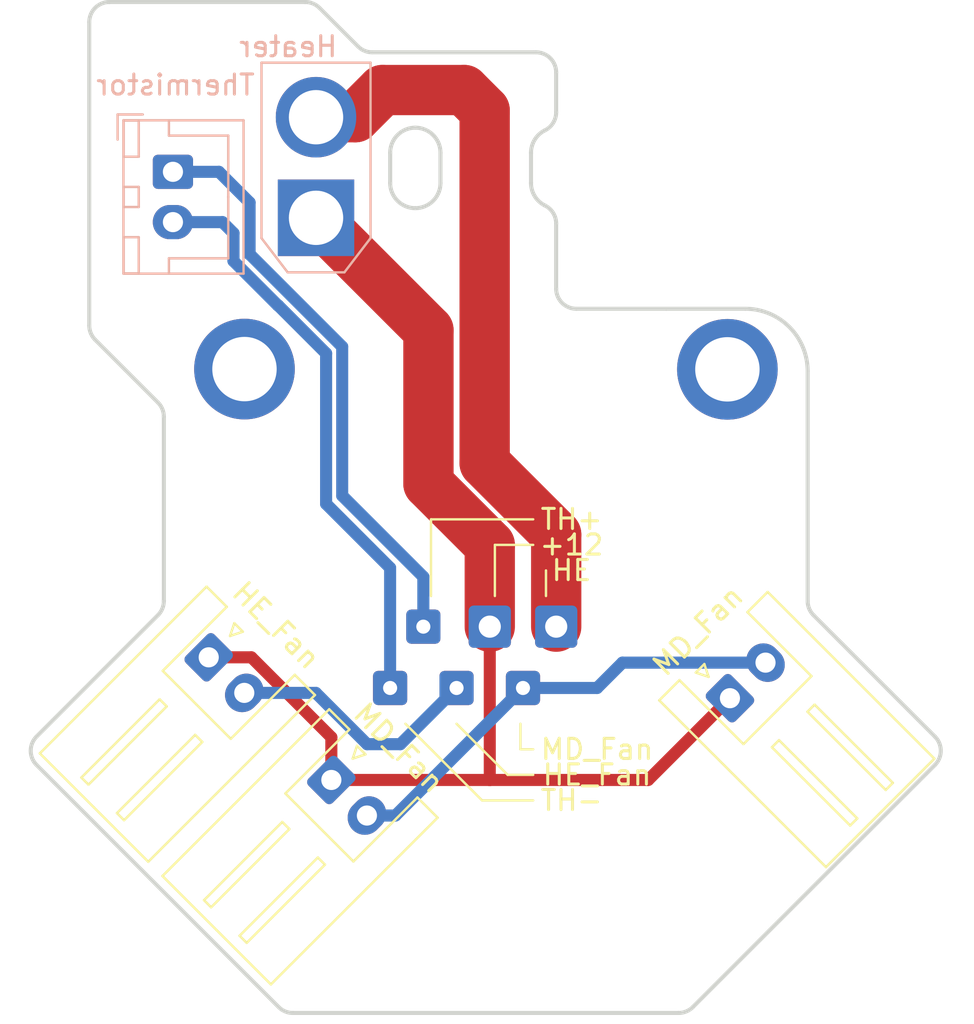
<source format=kicad_pcb>
(kicad_pcb (version 20171130) (host pcbnew "(5.1.6)-1")

  (general
    (thickness 1.6)
    (drawings 52)
    (tracks 46)
    (zones 0)
    (modules 11)
    (nets 7)
  )

  (page A4)
  (layers
    (0 F.Cu signal)
    (31 B.Cu signal)
    (32 B.Adhes user)
    (33 F.Adhes user)
    (34 B.Paste user)
    (35 F.Paste user)
    (36 B.SilkS user)
    (37 F.SilkS user)
    (38 B.Mask user)
    (39 F.Mask user)
    (40 Dwgs.User user)
    (41 Cmts.User user)
    (42 Eco1.User user)
    (43 Eco2.User user)
    (44 Edge.Cuts user)
    (45 Margin user)
    (46 B.CrtYd user)
    (47 F.CrtYd user)
    (48 B.Fab user)
    (49 F.Fab user)
  )

  (setup
    (last_trace_width 0.25)
    (user_trace_width 0.6)
    (user_trace_width 2.5)
    (trace_clearance 0.2)
    (zone_clearance 0.508)
    (zone_45_only no)
    (trace_min 0.2)
    (via_size 0.8)
    (via_drill 0.4)
    (via_min_size 0.4)
    (via_min_drill 0.3)
    (user_via 5 3.2)
    (uvia_size 0.3)
    (uvia_drill 0.1)
    (uvias_allowed no)
    (uvia_min_size 0.2)
    (uvia_min_drill 0.1)
    (edge_width 0.05)
    (segment_width 0.2)
    (pcb_text_width 0.3)
    (pcb_text_size 1.5 1.5)
    (mod_edge_width 0.12)
    (mod_text_size 1 1)
    (mod_text_width 0.15)
    (pad_size 1.7 2)
    (pad_drill 1)
    (pad_to_mask_clearance 0.05)
    (aux_axis_origin 0 0)
    (visible_elements 7FFFFFFF)
    (pcbplotparams
      (layerselection 0x010f0_ffffffff)
      (usegerberextensions false)
      (usegerberattributes false)
      (usegerberadvancedattributes false)
      (creategerberjobfile false)
      (excludeedgelayer true)
      (linewidth 0.100000)
      (plotframeref false)
      (viasonmask false)
      (mode 1)
      (useauxorigin false)
      (hpglpennumber 1)
      (hpglpenspeed 20)
      (hpglpendiameter 15.000000)
      (psnegative false)
      (psa4output false)
      (plotreference true)
      (plotvalue false)
      (plotinvisibletext false)
      (padsonsilk true)
      (subtractmaskfromsilk false)
      (outputformat 1)
      (mirror false)
      (drillshape 0)
      (scaleselection 1)
      (outputdirectory "gerber/"))
  )

  (net 0 "")
  (net 1 /+PWR)
  (net 2 /-Heater)
  (net 3 /-HE_fan)
  (net 4 /-MD_fans)
  (net 5 /+th)
  (net 6 /-th)

  (net_class Default "This is the default net class."
    (clearance 0.2)
    (trace_width 0.25)
    (via_dia 0.8)
    (via_drill 0.4)
    (uvia_dia 0.3)
    (uvia_drill 0.1)
    (add_net /+PWR)
    (add_net /+th)
    (add_net /-HE_fan)
    (add_net /-Heater)
    (add_net /-MD_fans)
    (add_net /-th)
  )

  (module Connector_Wire:SolderWire-0.5sqmm_1x01_D0.9mm_OD2.1mm (layer F.Cu) (tedit 5EB70B43) (tstamp 5F97861B)
    (at 123.698 66.294)
    (descr "Soldered wire connection, for a single 0.5 mm² wire, basic insulation, conductor diameter 0.9mm, outer diameter 2.1mm, size source Multi-Contact FLEXI-E 0.5 (https://ec.staubli.com/AcroFiles/Catalogues/TM_Cab-Main-11014119_(en)_hi.pdf), bend radius 3 times outer diameter, generated with kicad-footprint-generator")
    (tags "connector wire 0.5sqmm")
    (path /5F972441)
    (attr virtual)
    (fp_text reference HE (at 0.762 -2.794) (layer F.SilkS)
      (effects (font (size 1 1) (thickness 0.15)))
    )
    (fp_text value Conn_01x01 (at 5.6134 -4.9657) (layer F.Fab)
      (effects (font (size 1 1) (thickness 0.15)))
    )
    (fp_text user %R (at 0 0) (layer F.Fab)
      (effects (font (size 0.52 0.52) (thickness 0.08)))
    )
    (fp_circle (center 0 0) (end 1.05 0) (layer F.Fab) (width 0.1))
    (fp_line (start -1.8 -1.55) (end -1.8 1.55) (layer F.CrtYd) (width 0.05))
    (fp_line (start -1.8 1.55) (end 1.8 1.55) (layer F.CrtYd) (width 0.05))
    (fp_line (start 1.8 1.55) (end 1.8 -1.55) (layer F.CrtYd) (width 0.05))
    (fp_line (start 1.8 -1.55) (end -1.8 -1.55) (layer F.CrtYd) (width 0.05))
    (pad 1 thru_hole roundrect (at 0 0) (size 2.1 2.1) (drill 1.1) (layers *.Cu *.Mask) (roundrect_rratio 0.119048)
      (net 2 /-Heater))
    (model ${KISYS3DMOD}/Connector_Wire.3dshapes/SolderWire-0.5sqmm_1x01_D0.9mm_OD2.1mm.wrl
      (at (xyz 0 0 0))
      (scale (xyz 1 1 1))
      (rotate (xyz 0 0 0))
    )
  )

  (module Connector_Wire:SolderWire-0.5sqmm_1x01_D0.9mm_OD2.1mm (layer F.Cu) (tedit 5EB70B43) (tstamp 5F9785DF)
    (at 120.396 66.294)
    (descr "Soldered wire connection, for a single 0.5 mm² wire, basic insulation, conductor diameter 0.9mm, outer diameter 2.1mm, size source Multi-Contact FLEXI-E 0.5 (https://ec.staubli.com/AcroFiles/Catalogues/TM_Cab-Main-11014119_(en)_hi.pdf), bend radius 3 times outer diameter, generated with kicad-footprint-generator")
    (tags "connector wire 0.5sqmm")
    (path /5F9716AF)
    (attr virtual)
    (fp_text reference +12 (at 4.064 -4.064) (layer F.SilkS)
      (effects (font (size 1 1) (thickness 0.15)))
    )
    (fp_text value Conn_01x01 (at 0.9398 -7.7343) (layer F.Fab)
      (effects (font (size 1 1) (thickness 0.15)))
    )
    (fp_text user %R (at 0 0) (layer F.Fab)
      (effects (font (size 0.52 0.52) (thickness 0.08)))
    )
    (fp_circle (center 0 0) (end 1.05 0) (layer F.Fab) (width 0.1))
    (fp_line (start -1.8 -1.55) (end -1.8 1.55) (layer F.CrtYd) (width 0.05))
    (fp_line (start -1.8 1.55) (end 1.8 1.55) (layer F.CrtYd) (width 0.05))
    (fp_line (start 1.8 1.55) (end 1.8 -1.55) (layer F.CrtYd) (width 0.05))
    (fp_line (start 1.8 -1.55) (end -1.8 -1.55) (layer F.CrtYd) (width 0.05))
    (pad 1 thru_hole roundrect (at 0 0) (size 2.1 2.1) (drill 1.1) (layers *.Cu *.Mask) (roundrect_rratio 0.119048)
      (net 1 /+PWR))
    (model ${KISYS3DMOD}/Connector_Wire.3dshapes/SolderWire-0.5sqmm_1x01_D0.9mm_OD2.1mm.wrl
      (at (xyz 0 0 0))
      (scale (xyz 1 1 1))
      (rotate (xyz 0 0 0))
    )
  )

  (module Connector_JST:JST_XH_S2B-XH-A_1x02_P2.50mm_Horizontal (layer F.Cu) (tedit 5C281475) (tstamp 5F97778D)
    (at 112.522 73.914 315)
    (descr "JST XH series connector, S2B-XH-A (http://www.jst-mfg.com/product/pdf/eng/eXH.pdf), generated with kicad-footprint-generator")
    (tags "connector JST XH horizontal")
    (path /5F9766BB)
    (fp_text reference MD_Fan (at 1.25 -3.5 135) (layer F.SilkS)
      (effects (font (size 1 1) (thickness 0.15)))
    )
    (fp_text value Conn_01x02 (at 1.25 10.4 135) (layer F.Fab)
      (effects (font (size 1 1) (thickness 0.15)))
    )
    (fp_line (start 0 1.2) (end 0.625 2.2) (layer F.Fab) (width 0.1))
    (fp_line (start -0.625 2.2) (end 0 1.2) (layer F.Fab) (width 0.1))
    (fp_line (start 0.3 -2.1) (end 0 -1.5) (layer F.SilkS) (width 0.12))
    (fp_line (start -0.3 -2.1) (end 0.3 -2.1) (layer F.SilkS) (width 0.12))
    (fp_line (start 0 -1.5) (end -0.3 -2.1) (layer F.SilkS) (width 0.12))
    (fp_line (start 2.75 3.2) (end 2.25 3.2) (layer F.SilkS) (width 0.12))
    (fp_line (start 2.75 8.7) (end 2.75 3.2) (layer F.SilkS) (width 0.12))
    (fp_line (start 2.25 8.7) (end 2.75 8.7) (layer F.SilkS) (width 0.12))
    (fp_line (start 2.25 3.2) (end 2.25 8.7) (layer F.SilkS) (width 0.12))
    (fp_line (start 0.25 3.2) (end -0.25 3.2) (layer F.SilkS) (width 0.12))
    (fp_line (start 0.25 8.7) (end 0.25 3.2) (layer F.SilkS) (width 0.12))
    (fp_line (start -0.25 8.7) (end 0.25 8.7) (layer F.SilkS) (width 0.12))
    (fp_line (start -0.25 3.2) (end -0.25 8.7) (layer F.SilkS) (width 0.12))
    (fp_line (start 3.75 2.2) (end 1.25 2.2) (layer F.Fab) (width 0.1))
    (fp_line (start 3.75 -2.3) (end 3.75 2.2) (layer F.Fab) (width 0.1))
    (fp_line (start 4.95 -2.3) (end 3.75 -2.3) (layer F.Fab) (width 0.1))
    (fp_line (start 4.95 9.2) (end 4.95 -2.3) (layer F.Fab) (width 0.1))
    (fp_line (start 1.25 9.2) (end 4.95 9.2) (layer F.Fab) (width 0.1))
    (fp_line (start -1.25 2.2) (end 1.25 2.2) (layer F.Fab) (width 0.1))
    (fp_line (start -1.25 -2.3) (end -1.25 2.2) (layer F.Fab) (width 0.1))
    (fp_line (start -2.45 -2.3) (end -1.25 -2.3) (layer F.Fab) (width 0.1))
    (fp_line (start -2.45 9.2) (end -2.45 -2.3) (layer F.Fab) (width 0.1))
    (fp_line (start 1.25 9.2) (end -2.45 9.2) (layer F.Fab) (width 0.1))
    (fp_line (start 3.64 2.09) (end 1.25 2.09) (layer F.SilkS) (width 0.12))
    (fp_line (start 3.64 -2.41) (end 3.64 2.09) (layer F.SilkS) (width 0.12))
    (fp_line (start 5.06 -2.41) (end 3.64 -2.41) (layer F.SilkS) (width 0.12))
    (fp_line (start 5.06 9.31) (end 5.06 -2.41) (layer F.SilkS) (width 0.12))
    (fp_line (start 1.25 9.31) (end 5.06 9.31) (layer F.SilkS) (width 0.12))
    (fp_line (start -1.14 2.09) (end 1.25 2.09) (layer F.SilkS) (width 0.12))
    (fp_line (start -1.14 -2.41) (end -1.14 2.09) (layer F.SilkS) (width 0.12))
    (fp_line (start -2.56 -2.41) (end -1.14 -2.41) (layer F.SilkS) (width 0.12))
    (fp_line (start -2.56 9.31) (end -2.56 -2.41) (layer F.SilkS) (width 0.12))
    (fp_line (start 1.25 9.31) (end -2.56 9.31) (layer F.SilkS) (width 0.12))
    (fp_line (start 5.45 -2.8) (end -2.95 -2.8) (layer F.CrtYd) (width 0.05))
    (fp_line (start 5.45 9.7) (end 5.45 -2.8) (layer F.CrtYd) (width 0.05))
    (fp_line (start -2.95 9.7) (end 5.45 9.7) (layer F.CrtYd) (width 0.05))
    (fp_line (start -2.95 -2.8) (end -2.95 9.7) (layer F.CrtYd) (width 0.05))
    (fp_text user %R (at 1.25 3.45 135) (layer F.Fab)
      (effects (font (size 1 1) (thickness 0.15)))
    )
    (pad 2 thru_hole oval (at 2.5 0 315) (size 1.7 2) (drill 1) (layers *.Cu *.Mask)
      (net 4 /-MD_fans))
    (pad 1 thru_hole roundrect (at 0 0 315) (size 1.7 2) (drill 1) (layers *.Cu *.Mask) (roundrect_rratio 0.147059)
      (net 1 /+PWR))
    (model ${KISYS3DMOD}/Connector_JST.3dshapes/JST_XH_S2B-XH-A_1x02_P2.50mm_Horizontal.wrl
      (at (xyz 0 0 0))
      (scale (xyz 1 1 1))
      (rotate (xyz 0 0 0))
    )
  )

  (module Connector_JST:JST_XH_B2B-XH-A_1x02_P2.50mm_Vertical (layer B.Cu) (tedit 5C28146C) (tstamp 5F9777E2)
    (at 104.648 43.688 270)
    (descr "JST XH series connector, B2B-XH-A (http://www.jst-mfg.com/product/pdf/eng/eXH.pdf), generated with kicad-footprint-generator")
    (tags "connector JST XH vertical")
    (path /5F977451)
    (fp_text reference Thermistor (at -4.318 -0.127 180) (layer B.SilkS)
      (effects (font (size 1 1) (thickness 0.15)) (justify mirror))
    )
    (fp_text value Conn_01x02 (at 1.25 -4.6 90) (layer B.Fab)
      (effects (font (size 1 1) (thickness 0.15)) (justify mirror))
    )
    (fp_line (start -2.85 2.75) (end -2.85 1.5) (layer B.SilkS) (width 0.12))
    (fp_line (start -1.6 2.75) (end -2.85 2.75) (layer B.SilkS) (width 0.12))
    (fp_line (start 4.3 -2.75) (end 1.25 -2.75) (layer B.SilkS) (width 0.12))
    (fp_line (start 4.3 0.2) (end 4.3 -2.75) (layer B.SilkS) (width 0.12))
    (fp_line (start 5.05 0.2) (end 4.3 0.2) (layer B.SilkS) (width 0.12))
    (fp_line (start -1.8 -2.75) (end 1.25 -2.75) (layer B.SilkS) (width 0.12))
    (fp_line (start -1.8 0.2) (end -1.8 -2.75) (layer B.SilkS) (width 0.12))
    (fp_line (start -2.55 0.2) (end -1.8 0.2) (layer B.SilkS) (width 0.12))
    (fp_line (start 5.05 2.45) (end 3.25 2.45) (layer B.SilkS) (width 0.12))
    (fp_line (start 5.05 1.7) (end 5.05 2.45) (layer B.SilkS) (width 0.12))
    (fp_line (start 3.25 1.7) (end 5.05 1.7) (layer B.SilkS) (width 0.12))
    (fp_line (start 3.25 2.45) (end 3.25 1.7) (layer B.SilkS) (width 0.12))
    (fp_line (start -0.75 2.45) (end -2.55 2.45) (layer B.SilkS) (width 0.12))
    (fp_line (start -0.75 1.7) (end -0.75 2.45) (layer B.SilkS) (width 0.12))
    (fp_line (start -2.55 1.7) (end -0.75 1.7) (layer B.SilkS) (width 0.12))
    (fp_line (start -2.55 2.45) (end -2.55 1.7) (layer B.SilkS) (width 0.12))
    (fp_line (start 1.75 2.45) (end 0.75 2.45) (layer B.SilkS) (width 0.12))
    (fp_line (start 1.75 1.7) (end 1.75 2.45) (layer B.SilkS) (width 0.12))
    (fp_line (start 0.75 1.7) (end 1.75 1.7) (layer B.SilkS) (width 0.12))
    (fp_line (start 0.75 2.45) (end 0.75 1.7) (layer B.SilkS) (width 0.12))
    (fp_line (start 0 1.35) (end 0.625 2.35) (layer B.Fab) (width 0.1))
    (fp_line (start -0.625 2.35) (end 0 1.35) (layer B.Fab) (width 0.1))
    (fp_line (start 5.45 2.85) (end -2.95 2.85) (layer B.CrtYd) (width 0.05))
    (fp_line (start 5.45 -3.9) (end 5.45 2.85) (layer B.CrtYd) (width 0.05))
    (fp_line (start -2.95 -3.9) (end 5.45 -3.9) (layer B.CrtYd) (width 0.05))
    (fp_line (start -2.95 2.85) (end -2.95 -3.9) (layer B.CrtYd) (width 0.05))
    (fp_line (start 5.06 2.46) (end -2.56 2.46) (layer B.SilkS) (width 0.12))
    (fp_line (start 5.06 -3.51) (end 5.06 2.46) (layer B.SilkS) (width 0.12))
    (fp_line (start -2.56 -3.51) (end 5.06 -3.51) (layer B.SilkS) (width 0.12))
    (fp_line (start -2.56 2.46) (end -2.56 -3.51) (layer B.SilkS) (width 0.12))
    (fp_line (start 4.95 2.35) (end -2.45 2.35) (layer B.Fab) (width 0.1))
    (fp_line (start 4.95 -3.4) (end 4.95 2.35) (layer B.Fab) (width 0.1))
    (fp_line (start -2.45 -3.4) (end 4.95 -3.4) (layer B.Fab) (width 0.1))
    (fp_line (start -2.45 2.35) (end -2.45 -3.4) (layer B.Fab) (width 0.1))
    (fp_text user %R (at 1.25 -2.7 90) (layer B.Fab)
      (effects (font (size 1 1) (thickness 0.15)) (justify mirror))
    )
    (pad 2 thru_hole oval (at 2.5 0 270) (size 1.7 2) (drill 1) (layers *.Cu *.Mask)
      (net 6 /-th))
    (pad 1 thru_hole roundrect (at 0 0 270) (size 1.7 2) (drill 1) (layers *.Cu *.Mask) (roundrect_rratio 0.147059)
      (net 5 /+th))
    (model ${KISYS3DMOD}/Connector_JST.3dshapes/JST_XH_B2B-XH-A_1x02_P2.50mm_Vertical.wrl
      (at (xyz 0 0 0))
      (scale (xyz 1 1 1))
      (rotate (xyz 0 0 0))
    )
  )

  (module Connector_JST:JST_XH_S2B-XH-A_1x02_P2.50mm_Horizontal (layer F.Cu) (tedit 5C281475) (tstamp 5F9777B9)
    (at 132.334 69.85 45)
    (descr "JST XH series connector, S2B-XH-A (http://www.jst-mfg.com/product/pdf/eng/eXH.pdf), generated with kicad-footprint-generator")
    (tags "connector JST XH horizontal")
    (path /5F976D05)
    (fp_text reference MD_Fan (at 1.25 -3.5 45) (layer F.SilkS)
      (effects (font (size 1 1) (thickness 0.15)))
    )
    (fp_text value Conn_01x02 (at 1.25 10.4 45) (layer F.Fab)
      (effects (font (size 1 1) (thickness 0.15)))
    )
    (fp_line (start 0 1.2) (end 0.625 2.2) (layer F.Fab) (width 0.1))
    (fp_line (start -0.625 2.2) (end 0 1.2) (layer F.Fab) (width 0.1))
    (fp_line (start 0.3 -2.1) (end 0 -1.5) (layer F.SilkS) (width 0.12))
    (fp_line (start -0.3 -2.1) (end 0.3 -2.1) (layer F.SilkS) (width 0.12))
    (fp_line (start 0 -1.5) (end -0.3 -2.1) (layer F.SilkS) (width 0.12))
    (fp_line (start 2.75 3.2) (end 2.25 3.2) (layer F.SilkS) (width 0.12))
    (fp_line (start 2.75 8.7) (end 2.75 3.2) (layer F.SilkS) (width 0.12))
    (fp_line (start 2.25 8.7) (end 2.75 8.7) (layer F.SilkS) (width 0.12))
    (fp_line (start 2.25 3.2) (end 2.25 8.7) (layer F.SilkS) (width 0.12))
    (fp_line (start 0.25 3.2) (end -0.25 3.2) (layer F.SilkS) (width 0.12))
    (fp_line (start 0.25 8.7) (end 0.25 3.2) (layer F.SilkS) (width 0.12))
    (fp_line (start -0.25 8.7) (end 0.25 8.7) (layer F.SilkS) (width 0.12))
    (fp_line (start -0.25 3.2) (end -0.25 8.7) (layer F.SilkS) (width 0.12))
    (fp_line (start 3.75 2.2) (end 1.25 2.2) (layer F.Fab) (width 0.1))
    (fp_line (start 3.75 -2.3) (end 3.75 2.2) (layer F.Fab) (width 0.1))
    (fp_line (start 4.95 -2.3) (end 3.75 -2.3) (layer F.Fab) (width 0.1))
    (fp_line (start 4.95 9.2) (end 4.95 -2.3) (layer F.Fab) (width 0.1))
    (fp_line (start 1.25 9.2) (end 4.95 9.2) (layer F.Fab) (width 0.1))
    (fp_line (start -1.25 2.2) (end 1.25 2.2) (layer F.Fab) (width 0.1))
    (fp_line (start -1.25 -2.3) (end -1.25 2.2) (layer F.Fab) (width 0.1))
    (fp_line (start -2.45 -2.3) (end -1.25 -2.3) (layer F.Fab) (width 0.1))
    (fp_line (start -2.45 9.2) (end -2.45 -2.3) (layer F.Fab) (width 0.1))
    (fp_line (start 1.25 9.2) (end -2.45 9.2) (layer F.Fab) (width 0.1))
    (fp_line (start 3.64 2.09) (end 1.25 2.09) (layer F.SilkS) (width 0.12))
    (fp_line (start 3.64 -2.41) (end 3.64 2.09) (layer F.SilkS) (width 0.12))
    (fp_line (start 5.06 -2.41) (end 3.64 -2.41) (layer F.SilkS) (width 0.12))
    (fp_line (start 5.06 9.31) (end 5.06 -2.41) (layer F.SilkS) (width 0.12))
    (fp_line (start 1.25 9.31) (end 5.06 9.31) (layer F.SilkS) (width 0.12))
    (fp_line (start -1.14 2.09) (end 1.25 2.09) (layer F.SilkS) (width 0.12))
    (fp_line (start -1.14 -2.41) (end -1.14 2.09) (layer F.SilkS) (width 0.12))
    (fp_line (start -2.56 -2.41) (end -1.14 -2.41) (layer F.SilkS) (width 0.12))
    (fp_line (start -2.56 9.31) (end -2.56 -2.41) (layer F.SilkS) (width 0.12))
    (fp_line (start 1.25 9.31) (end -2.56 9.31) (layer F.SilkS) (width 0.12))
    (fp_line (start 5.45 -2.8) (end -2.95 -2.8) (layer F.CrtYd) (width 0.05))
    (fp_line (start 5.45 9.7) (end 5.45 -2.8) (layer F.CrtYd) (width 0.05))
    (fp_line (start -2.95 9.7) (end 5.45 9.7) (layer F.CrtYd) (width 0.05))
    (fp_line (start -2.95 -2.8) (end -2.95 9.7) (layer F.CrtYd) (width 0.05))
    (fp_text user %R (at 1.25 3.45 45) (layer F.Fab)
      (effects (font (size 1 1) (thickness 0.15)))
    )
    (pad 2 thru_hole oval (at 2.5 0 45) (size 1.7 2) (drill 1) (layers *.Cu *.Mask)
      (net 4 /-MD_fans))
    (pad 1 thru_hole roundrect (at 0 0 45) (size 1.7 2) (drill 1) (layers *.Cu *.Mask) (roundrect_rratio 0.147059)
      (net 1 /+PWR))
    (model ${KISYS3DMOD}/Connector_JST.3dshapes/JST_XH_S2B-XH-A_1x02_P2.50mm_Horizontal.wrl
      (at (xyz 0 0 0))
      (scale (xyz 1 1 1))
      (rotate (xyz 0 0 0))
    )
  )

  (module Connector_JST:JST_XH_S2B-XH-A_1x02_P2.50mm_Horizontal (layer F.Cu) (tedit 5C281475) (tstamp 5F978DC8)
    (at 106.426 67.818 315)
    (descr "JST XH series connector, S2B-XH-A (http://www.jst-mfg.com/product/pdf/eng/eXH.pdf), generated with kicad-footprint-generator")
    (tags "connector JST XH horizontal")
    (path /5F975D59)
    (fp_text reference HE_Fan (at 1.25 -3.5 135) (layer F.SilkS)
      (effects (font (size 1 1) (thickness 0.15)))
    )
    (fp_text value Conn_01x02 (at 1.25 10.4 135) (layer F.Fab)
      (effects (font (size 1 1) (thickness 0.15)))
    )
    (fp_line (start 0 1.2) (end 0.625 2.2) (layer F.Fab) (width 0.1))
    (fp_line (start -0.625 2.2) (end 0 1.2) (layer F.Fab) (width 0.1))
    (fp_line (start 0.3 -2.1) (end 0 -1.5) (layer F.SilkS) (width 0.12))
    (fp_line (start -0.3 -2.1) (end 0.3 -2.1) (layer F.SilkS) (width 0.12))
    (fp_line (start 0 -1.5) (end -0.3 -2.1) (layer F.SilkS) (width 0.12))
    (fp_line (start 2.75 3.2) (end 2.25 3.2) (layer F.SilkS) (width 0.12))
    (fp_line (start 2.75 8.7) (end 2.75 3.2) (layer F.SilkS) (width 0.12))
    (fp_line (start 2.25 8.7) (end 2.75 8.7) (layer F.SilkS) (width 0.12))
    (fp_line (start 2.25 3.2) (end 2.25 8.7) (layer F.SilkS) (width 0.12))
    (fp_line (start 0.25 3.2) (end -0.25 3.2) (layer F.SilkS) (width 0.12))
    (fp_line (start 0.25 8.7) (end 0.25 3.2) (layer F.SilkS) (width 0.12))
    (fp_line (start -0.25 8.7) (end 0.25 8.7) (layer F.SilkS) (width 0.12))
    (fp_line (start -0.25 3.2) (end -0.25 8.7) (layer F.SilkS) (width 0.12))
    (fp_line (start 3.75 2.2) (end 1.25 2.2) (layer F.Fab) (width 0.1))
    (fp_line (start 3.75 -2.3) (end 3.75 2.2) (layer F.Fab) (width 0.1))
    (fp_line (start 4.95 -2.3) (end 3.75 -2.3) (layer F.Fab) (width 0.1))
    (fp_line (start 4.95 9.2) (end 4.95 -2.3) (layer F.Fab) (width 0.1))
    (fp_line (start 1.25 9.2) (end 4.95 9.2) (layer F.Fab) (width 0.1))
    (fp_line (start -1.25 2.2) (end 1.25 2.2) (layer F.Fab) (width 0.1))
    (fp_line (start -1.25 -2.3) (end -1.25 2.2) (layer F.Fab) (width 0.1))
    (fp_line (start -2.45 -2.3) (end -1.25 -2.3) (layer F.Fab) (width 0.1))
    (fp_line (start -2.45 9.2) (end -2.45 -2.3) (layer F.Fab) (width 0.1))
    (fp_line (start 1.25 9.2) (end -2.45 9.2) (layer F.Fab) (width 0.1))
    (fp_line (start 3.64 2.09) (end 1.25 2.09) (layer F.SilkS) (width 0.12))
    (fp_line (start 3.64 -2.41) (end 3.64 2.09) (layer F.SilkS) (width 0.12))
    (fp_line (start 5.06 -2.41) (end 3.64 -2.41) (layer F.SilkS) (width 0.12))
    (fp_line (start 5.06 9.31) (end 5.06 -2.41) (layer F.SilkS) (width 0.12))
    (fp_line (start 1.25 9.31) (end 5.06 9.31) (layer F.SilkS) (width 0.12))
    (fp_line (start -1.14 2.09) (end 1.25 2.09) (layer F.SilkS) (width 0.12))
    (fp_line (start -1.14 -2.41) (end -1.14 2.09) (layer F.SilkS) (width 0.12))
    (fp_line (start -2.56 -2.41) (end -1.14 -2.41) (layer F.SilkS) (width 0.12))
    (fp_line (start -2.56 9.31) (end -2.56 -2.41) (layer F.SilkS) (width 0.12))
    (fp_line (start 1.25 9.31) (end -2.56 9.31) (layer F.SilkS) (width 0.12))
    (fp_line (start 5.45 -2.8) (end -2.95 -2.8) (layer F.CrtYd) (width 0.05))
    (fp_line (start 5.45 9.7) (end 5.45 -2.8) (layer F.CrtYd) (width 0.05))
    (fp_line (start -2.95 9.7) (end 5.45 9.7) (layer F.CrtYd) (width 0.05))
    (fp_line (start -2.95 -2.8) (end -2.95 9.7) (layer F.CrtYd) (width 0.05))
    (fp_text user %R (at 1.25 3.45 135) (layer F.Fab)
      (effects (font (size 1 1) (thickness 0.15)))
    )
    (pad 2 thru_hole oval (at 2.5 0 315) (size 1.7 2) (drill 1) (layers *.Cu *.Mask)
      (net 3 /-HE_fan))
    (pad 1 thru_hole roundrect (at 0 0 315) (size 1.7 2) (drill 1) (layers *.Cu *.Mask) (roundrect_rratio 0.147059)
      (net 1 /+PWR))
    (model ${KISYS3DMOD}/Connector_JST.3dshapes/JST_XH_S2B-XH-A_1x02_P2.50mm_Horizontal.wrl
      (at (xyz 0 0 0))
      (scale (xyz 1 1 1))
      (rotate (xyz 0 0 0))
    )
  )

  (module Connector_AMASS:AMASS_XT30U-F_1x02_P5.0mm_Vertical (layer B.Cu) (tedit 5C8E9CDA) (tstamp 5F977735)
    (at 111.76 45.974 90)
    (descr "Connector XT30 Vertical Cable Female, https://www.tme.eu/en/Document/3cbfa5cfa544d79584972dd5234a409e/XT30U%20SPEC.pdf")
    (tags "RC Connector XT30")
    (path /5F974D01)
    (fp_text reference Heater (at 8.509 -1.3843 180) (layer B.SilkS)
      (effects (font (size 1 1) (thickness 0.15)) (justify mirror))
    )
    (fp_text value Conn_01x02 (at 2.5 -4 90) (layer B.Fab)
      (effects (font (size 1 1) (thickness 0.15)) (justify mirror))
    )
    (fp_line (start -3.1 -1.8) (end -1.4 -3.1) (layer B.CrtYd) (width 0.05))
    (fp_line (start -3.1 1.8) (end -1.4 3.1) (layer B.CrtYd) (width 0.05))
    (fp_line (start -1.4 -3.1) (end 8.1 -3.1) (layer B.CrtYd) (width 0.05))
    (fp_line (start -3.1 1.8) (end -3.1 -1.8) (layer B.CrtYd) (width 0.05))
    (fp_line (start 8.1 3.1) (end 8.1 -3.1) (layer B.CrtYd) (width 0.05))
    (fp_line (start -1.4 3.1) (end 8.1 3.1) (layer B.CrtYd) (width 0.05))
    (fp_line (start -2.71 1.41) (end -2.71 -1.41) (layer B.SilkS) (width 0.12))
    (fp_line (start -2.71 -1.41) (end -1.01 -2.71) (layer B.SilkS) (width 0.12))
    (fp_line (start -2.71 1.41) (end -1.01 2.71) (layer B.SilkS) (width 0.12))
    (fp_line (start -1.01 -2.71) (end 7.71 -2.71) (layer B.SilkS) (width 0.12))
    (fp_line (start 7.71 2.71) (end 7.71 -2.71) (layer B.SilkS) (width 0.12))
    (fp_line (start -1.01 2.71) (end 7.71 2.71) (layer B.SilkS) (width 0.12))
    (fp_line (start -2.6 -1.3) (end -0.9 -2.6) (layer B.Fab) (width 0.1))
    (fp_line (start -2.6 1.3) (end -0.9 2.6) (layer B.Fab) (width 0.1))
    (fp_line (start -0.9 -2.6) (end 7.6 -2.6) (layer B.Fab) (width 0.1))
    (fp_line (start -0.9 2.6) (end 7.6 2.6) (layer B.Fab) (width 0.1))
    (fp_line (start 7.6 2.6) (end 7.6 -2.6) (layer B.Fab) (width 0.1))
    (fp_line (start -2.6 1.3) (end -2.6 -1.3) (layer B.Fab) (width 0.1))
    (fp_text user - (at -4 0 90) (layer B.SilkS) hide
      (effects (font (size 1.5 1.5) (thickness 0.15)) (justify mirror))
    )
    (fp_text user + (at 9 0 90) (layer B.SilkS) hide
      (effects (font (size 1.5 1.5) (thickness 0.15)) (justify mirror))
    )
    (fp_text user %R (at 2.5 0 90) (layer B.Fab)
      (effects (font (size 1 1) (thickness 0.15)) (justify mirror))
    )
    (pad 2 thru_hole circle (at 5 0 90) (size 4 4) (drill 2.7) (layers *.Cu *.Mask)
      (net 2 /-Heater))
    (pad 1 thru_hole rect (at 0 0 90) (size 3.8 3.8) (drill 2.7) (layers *.Cu *.Mask)
      (net 1 /+PWR))
    (model ${KISYS3DMOD}/Connector_AMASS.3dshapes/AMASS_XT30U-F_1x02_P5.0mm_Vertical.wrl
      (at (xyz 0 0 0))
      (scale (xyz 1 1 1))
      (rotate (xyz 0 0 0))
    )
  )

  (module Connector_Wire:SolderWire-0.15sqmm_1x01_D0.5mm_OD1.5mm (layer F.Cu) (tedit 5EB70B42) (tstamp 5F9785A3)
    (at 115.443 69.342)
    (descr "Soldered wire connection, for a single 0.15 mm² wire, basic insulation, conductor diameter 0.5mm, outer diameter 1.5mm, size source Multi-Contact FLEXI-E 0.15 (https://ec.staubli.com/AcroFiles/Catalogues/TM_Cab-Main-11014119_(en)_hi.pdf), bend radius 3 times outer diameter, generated with kicad-footprint-generator")
    (tags "connector wire 0.15sqmm")
    (path /5F97453B)
    (attr virtual)
    (fp_text reference TH- (at 9.017 5.588) (layer F.SilkS)
      (effects (font (size 1 1) (thickness 0.15)))
    )
    (fp_text value Conn_01x01 (at 0 2.05) (layer F.Fab)
      (effects (font (size 1 1) (thickness 0.15)))
    )
    (fp_line (start 1.5 -1.35) (end -1.5 -1.35) (layer F.CrtYd) (width 0.05))
    (fp_line (start 1.5 1.35) (end 1.5 -1.35) (layer F.CrtYd) (width 0.05))
    (fp_line (start -1.5 1.35) (end 1.5 1.35) (layer F.CrtYd) (width 0.05))
    (fp_line (start -1.5 -1.35) (end -1.5 1.35) (layer F.CrtYd) (width 0.05))
    (fp_circle (center 0 0) (end 0.75 0) (layer F.Fab) (width 0.1))
    (fp_text user %R (at 0 0) (layer F.Fab)
      (effects (font (size 0.38 0.38) (thickness 0.06)))
    )
    (pad 1 thru_hole roundrect (at 0 0) (size 1.7 1.7) (drill 0.7) (layers *.Cu *.Mask) (roundrect_rratio 0.147059)
      (net 6 /-th))
    (model ${KISYS3DMOD}/Connector_Wire.3dshapes/SolderWire-0.15sqmm_1x01_D0.5mm_OD1.5mm.wrl
      (at (xyz 0 0 0))
      (scale (xyz 1 1 1))
      (rotate (xyz 0 0 0))
    )
  )

  (module Connector_Wire:SolderWire-0.15sqmm_1x01_D0.5mm_OD1.5mm (layer F.Cu) (tedit 5EB70B42) (tstamp 5F9785FD)
    (at 117.094 66.294)
    (descr "Soldered wire connection, for a single 0.15 mm² wire, basic insulation, conductor diameter 0.5mm, outer diameter 1.5mm, size source Multi-Contact FLEXI-E 0.15 (https://ec.staubli.com/AcroFiles/Catalogues/TM_Cab-Main-11014119_(en)_hi.pdf), bend radius 3 times outer diameter, generated with kicad-footprint-generator")
    (tags "connector wire 0.15sqmm")
    (path /5F973F7E)
    (attr virtual)
    (fp_text reference TH+ (at 7.366 -5.334) (layer F.SilkS)
      (effects (font (size 1 1) (thickness 0.15)))
    )
    (fp_text value Conn_01x01 (at -4.5466 -5.6261) (layer F.Fab)
      (effects (font (size 1 1) (thickness 0.15)))
    )
    (fp_line (start 1.5 -1.35) (end -1.5 -1.35) (layer F.CrtYd) (width 0.05))
    (fp_line (start 1.5 1.35) (end 1.5 -1.35) (layer F.CrtYd) (width 0.05))
    (fp_line (start -1.5 1.35) (end 1.5 1.35) (layer F.CrtYd) (width 0.05))
    (fp_line (start -1.5 -1.35) (end -1.5 1.35) (layer F.CrtYd) (width 0.05))
    (fp_circle (center 0 0) (end 0.75 0) (layer F.Fab) (width 0.1))
    (fp_text user %R (at 0 0) (layer F.Fab)
      (effects (font (size 0.38 0.38) (thickness 0.06)))
    )
    (pad 1 thru_hole roundrect (at 0 0) (size 1.7 1.7) (drill 0.7) (layers *.Cu *.Mask) (roundrect_rratio 0.147059)
      (net 5 /+th))
    (model ${KISYS3DMOD}/Connector_Wire.3dshapes/SolderWire-0.15sqmm_1x01_D0.5mm_OD1.5mm.wrl
      (at (xyz 0 0 0))
      (scale (xyz 1 1 1))
      (rotate (xyz 0 0 0))
    )
  )

  (module Connector_Wire:SolderWire-0.15sqmm_1x01_D0.5mm_OD1.5mm (layer F.Cu) (tedit 5EB70B42) (tstamp 5F9785C1)
    (at 122.047 69.342)
    (descr "Soldered wire connection, for a single 0.15 mm² wire, basic insulation, conductor diameter 0.5mm, outer diameter 1.5mm, size source Multi-Contact FLEXI-E 0.15 (https://ec.staubli.com/AcroFiles/Catalogues/TM_Cab-Main-11014119_(en)_hi.pdf), bend radius 3 times outer diameter, generated with kicad-footprint-generator")
    (tags "connector wire 0.15sqmm")
    (path /5F973960)
    (attr virtual)
    (fp_text reference MD_Fan (at 3.683 3.048) (layer F.SilkS)
      (effects (font (size 1 1) (thickness 0.15)))
    )
    (fp_text value Conn_01x01 (at 3.9243 6.0325) (layer F.Fab)
      (effects (font (size 1 1) (thickness 0.15)))
    )
    (fp_line (start 1.5 -1.35) (end -1.5 -1.35) (layer F.CrtYd) (width 0.05))
    (fp_line (start 1.5 1.35) (end 1.5 -1.35) (layer F.CrtYd) (width 0.05))
    (fp_line (start -1.5 1.35) (end 1.5 1.35) (layer F.CrtYd) (width 0.05))
    (fp_line (start -1.5 -1.35) (end -1.5 1.35) (layer F.CrtYd) (width 0.05))
    (fp_circle (center 0 0) (end 0.75 0) (layer F.Fab) (width 0.1))
    (fp_text user %R (at 0 0) (layer F.Fab)
      (effects (font (size 0.38 0.38) (thickness 0.06)))
    )
    (pad 1 thru_hole roundrect (at 0 0) (size 1.7 1.7) (drill 0.7) (layers *.Cu *.Mask) (roundrect_rratio 0.147059)
      (net 4 /-MD_fans))
    (model ${KISYS3DMOD}/Connector_Wire.3dshapes/SolderWire-0.15sqmm_1x01_D0.5mm_OD1.5mm.wrl
      (at (xyz 0 0 0))
      (scale (xyz 1 1 1))
      (rotate (xyz 0 0 0))
    )
  )

  (module Connector_Wire:SolderWire-0.15sqmm_1x01_D0.5mm_OD1.5mm (layer F.Cu) (tedit 5EB70B42) (tstamp 5F9782DD)
    (at 118.745 69.342)
    (descr "Soldered wire connection, for a single 0.15 mm² wire, basic insulation, conductor diameter 0.5mm, outer diameter 1.5mm, size source Multi-Contact FLEXI-E 0.15 (https://ec.staubli.com/AcroFiles/Catalogues/TM_Cab-Main-11014119_(en)_hi.pdf), bend radius 3 times outer diameter, generated with kicad-footprint-generator")
    (tags "connector wire 0.15sqmm")
    (path /5F9730BC)
    (attr virtual)
    (fp_text reference HE_Fan (at 6.985 4.318) (layer F.SilkS)
      (effects (font (size 1 1) (thickness 0.15)))
    )
    (fp_text value Conn_01x01 (at 0 2.05) (layer F.Fab)
      (effects (font (size 1 1) (thickness 0.15)))
    )
    (fp_line (start 1.5 -1.35) (end -1.5 -1.35) (layer F.CrtYd) (width 0.05))
    (fp_line (start 1.5 1.35) (end 1.5 -1.35) (layer F.CrtYd) (width 0.05))
    (fp_line (start -1.5 1.35) (end 1.5 1.35) (layer F.CrtYd) (width 0.05))
    (fp_line (start -1.5 -1.35) (end -1.5 1.35) (layer F.CrtYd) (width 0.05))
    (fp_circle (center 0 0) (end 0.75 0) (layer F.Fab) (width 0.1))
    (fp_text user %R (at 0 0) (layer F.Fab)
      (effects (font (size 0.38 0.38) (thickness 0.06)))
    )
    (pad 1 thru_hole roundrect (at 0 0) (size 1.7 1.7) (drill 0.7) (layers *.Cu *.Mask) (roundrect_rratio 0.147059)
      (net 3 /-HE_fan))
    (model ${KISYS3DMOD}/Connector_Wire.3dshapes/SolderWire-0.15sqmm_1x01_D0.5mm_OD1.5mm.wrl
      (at (xyz 0 0 0))
      (scale (xyz 1 1 1))
      (rotate (xyz 0 0 0))
    )
  )

  (gr_line (start 123.19 63.5) (end 123.19 64.77) (layer F.SilkS) (width 0.12))
  (gr_line (start 117.475 60.96) (end 117.475 64.77) (layer F.SilkS) (width 0.12))
  (gr_line (start 122.555 60.96) (end 117.475 60.96) (layer F.SilkS) (width 0.12))
  (gr_line (start 120.65 62.23) (end 120.65 64.77) (layer F.SilkS) (width 0.12))
  (gr_line (start 122.555 62.23) (end 120.65 62.23) (layer F.SilkS) (width 0.12))
  (gr_line (start 120.015 74.93) (end 122.555 74.93) (layer F.SilkS) (width 0.12))
  (gr_line (start 116.205 71.12) (end 120.015 74.93) (layer F.SilkS) (width 0.12))
  (gr_line (start 121.285 73.66) (end 118.745 71.12) (layer F.SilkS) (width 0.12))
  (gr_line (start 122.555 73.66) (end 121.285 73.66) (layer F.SilkS) (width 0.12))
  (gr_line (start 121.92 72.39) (end 121.92 71.12) (layer F.SilkS) (width 0.12))
  (gr_line (start 122.555 72.39) (end 121.92 72.39) (layer F.SilkS) (width 0.12))
  (gr_line (start 101.488895 35.248201) (end 111.224388 35.248201) (layer Edge.Cuts) (width 0.2))
  (gr_line (start 117.946001 44.244001) (end 117.946001 42.744336) (layer Edge.Cuts) (width 0.2))
  (gr_arc (start 103.196001 55.861313) (end 104.196001 55.861313) (angle -45) (layer Edge.Cuts) (width 0.2))
  (gr_line (start 115.446001 42.744336) (end 115.446001 44.244001) (layer Edge.Cuts) (width 0.2))
  (gr_line (start 122.446001 42.744336) (end 122.446001 44.244001) (layer Edge.Cuts) (width 0.2))
  (gr_arc (start 101.488895 36.248201) (end 101.488895 35.248201) (angle -90) (layer Edge.Cuts) (width 0.2))
  (gr_arc (start 122.696001 46.259565) (end 123.696001 46.259565) (angle -63.61220004) (layer Edge.Cuts) (width 0.2))
  (gr_arc (start 141.813374 72.462412) (end 142.520481 73.169518) (angle -89.99999715) (layer Edge.Cuts) (width 0.2))
  (gr_line (start 114.552815 37.748201) (end 122.696001 37.748201) (layer Edge.Cuts) (width 0.2))
  (gr_arc (start 122.696001 40.728772) (end 123.140446 41.624578) (angle -63.61220004) (layer Edge.Cuts) (width 0.2))
  (gr_line (start 123.696001 49.494001) (end 123.696001 46.259565) (layer Edge.Cuts) (width 0.2))
  (gr_arc (start 116.696001 42.744336) (end 116.696001 41.494336) (angle -90) (layer Edge.Cuts) (width 0.2))
  (gr_arc (start 129.781788 84.494) (end 129.781788 85.494) (angle -45.00000244) (layer Edge.Cuts) (width 0.2))
  (gr_line (start 129.781788 85.494) (end 110.610215 85.494) (layer Edge.Cuts) (width 0.2))
  (gr_line (start 97.871519 71.755307) (end 103.903108 65.723718) (layer Edge.Cuts) (width 0.2))
  (gr_line (start 109.903108 85.201106) (end 97.871519 73.169521) (layer Edge.Cuts) (width 0.2))
  (gr_arc (start 124.696001 49.494001) (end 123.696001 49.494001) (angle -90) (layer Edge.Cuts) (width 0.2))
  (gr_arc (start 122.696001 38.748201) (end 123.696001 38.748201) (angle -90) (layer Edge.Cuts) (width 0.2))
  (gr_line (start 123.696001 40.728772) (end 123.696001 38.748201) (layer Edge.Cuts) (width 0.2))
  (gr_line (start 136.196 53.594) (end 136.196 65.016611) (layer Edge.Cuts) (width 0.2))
  (gr_arc (start 116.696001 42.744336) (end 117.946001 42.744336) (angle -90) (layer Edge.Cuts) (width 0.2))
  (gr_arc (start 110.610215 84.494) (end 109.903108 85.201106) (angle -44.99999269) (layer Edge.Cuts) (width 0.2))
  (gr_line (start 142.520481 73.169518) (end 130.488895 85.201106) (layer Edge.Cuts) (width 0.2))
  (gr_arc (start 103.196001 65.016611) (end 103.903108 65.723718) (angle -44.99999916) (layer Edge.Cuts) (width 0.2))
  (gr_arc (start 123.696001 42.744336) (end 123.140446 41.624578) (angle -63.61220004) (layer Edge.Cuts) (width 0.2))
  (gr_line (start 129.167615 50.494001) (end 133.096 50.494001) (layer Edge.Cuts) (width 0.2))
  (gr_arc (start 116.696001 44.244001) (end 116.696001 45.494001) (angle -90) (layer Edge.Cuts) (width 0.2))
  (gr_arc (start 98.578626 72.462414) (end 97.871519 71.755307) (angle -90.00000647) (layer Edge.Cuts) (width 0.2))
  (gr_line (start 103.903108 55.154206) (end 100.781788 52.032887) (layer Edge.Cuts) (width 0.2))
  (gr_arc (start 111.224388 36.248201) (end 111.931495 35.541094) (angle -45) (layer Edge.Cuts) (width 0.2))
  (gr_arc (start 116.696001 44.244001) (end 115.446001 44.244001) (angle -90) (layer Edge.Cuts) (width 0.2))
  (gr_line (start 104.196001 65.016611) (end 104.196001 55.861313) (layer Edge.Cuts) (width 0.2))
  (gr_arc (start 123.696001 44.244001) (end 122.446001 44.244001) (angle -63.61220004) (layer Edge.Cuts) (width 0.2))
  (gr_arc (start 101.488895 51.32578) (end 100.488895 51.32578) (angle -45) (layer Edge.Cuts) (width 0.2))
  (gr_arc (start 114.552815 36.748201) (end 113.845708 37.455307) (angle -45) (layer Edge.Cuts) (width 0.2))
  (gr_line (start 136.488893 65.723718) (end 142.520481 71.755305) (layer Edge.Cuts) (width 0.2))
  (gr_line (start 100.488895 51.32578) (end 100.488895 36.248201) (layer Edge.Cuts) (width 0.2))
  (gr_line (start 111.931495 35.541094) (end 113.845708 37.455307) (layer Edge.Cuts) (width 0.2))
  (gr_line (start 124.696001 50.494001) (end 129.167615 50.494001) (layer Edge.Cuts) (width 0.2))
  (gr_arc (start 137.196 65.016611) (end 136.196 65.016611) (angle -44.99999958) (layer Edge.Cuts) (width 0.2))
  (gr_arc (start 133.096 53.594) (end 136.196 53.594) (angle -90) (layer Edge.Cuts) (width 0.2))

  (via (at 108.204 53.4924) (size 5) (drill 3.2) (layers F.Cu B.Cu) (net 0))
  (via (at 132.207 53.5051) (size 5) (drill 3.2) (layers F.Cu B.Cu) (net 0))
  (segment (start 120.396 66.294) (end 120.396 73.914) (width 0.6) (layer F.Cu) (net 1))
  (segment (start 120.396 73.914) (end 112.522 73.914) (width 0.6) (layer F.Cu) (net 1))
  (segment (start 108.547336 67.818) (end 106.426 67.818) (width 0.6) (layer F.Cu) (net 1))
  (segment (start 112.522 71.792664) (end 108.547336 67.818) (width 0.6) (layer F.Cu) (net 1))
  (segment (start 112.522 73.914) (end 112.522 71.792664) (width 0.6) (layer F.Cu) (net 1))
  (segment (start 128.27 73.914) (end 132.334 69.85) (width 0.6) (layer F.Cu) (net 1))
  (segment (start 120.396 73.914) (end 128.27 73.914) (width 0.6) (layer F.Cu) (net 1))
  (segment (start 117.348 59.19039) (end 117.348 51.562) (width 2.5) (layer F.Cu) (net 1))
  (segment (start 120.396 66.294) (end 120.396 62.23839) (width 2.5) (layer F.Cu) (net 1))
  (segment (start 120.396 62.23839) (end 117.348 59.19039) (width 2.5) (layer F.Cu) (net 1))
  (segment (start 117.348 51.562) (end 111.76 45.974) (width 2.5) (layer F.Cu) (net 1))
  (segment (start 120.142 58.166) (end 123.698 61.722) (width 2.5) (layer F.Cu) (net 2))
  (segment (start 113.712 40.974) (end 115.062 39.624) (width 2.5) (layer F.Cu) (net 2))
  (segment (start 123.698 61.722) (end 123.698 66.294) (width 2.5) (layer F.Cu) (net 2))
  (segment (start 111.76 40.974) (end 113.712 40.974) (width 2.5) (layer F.Cu) (net 2))
  (segment (start 115.062 39.624) (end 119.126 39.624) (width 2.5) (layer F.Cu) (net 2))
  (segment (start 119.126 39.624) (end 120.142 40.64) (width 2.5) (layer F.Cu) (net 2))
  (segment (start 120.142 40.64) (end 120.142 58.166) (width 2.5) (layer F.Cu) (net 2))
  (segment (start 108.193767 69.585767) (end 111.749767 69.585767) (width 0.6) (layer B.Cu) (net 3))
  (segment (start 111.749767 69.585767) (end 114.3 72.136) (width 0.6) (layer B.Cu) (net 3))
  (segment (start 115.951 72.136) (end 118.745 69.342) (width 0.6) (layer B.Cu) (net 3))
  (segment (start 114.3 72.136) (end 115.951 72.136) (width 0.6) (layer B.Cu) (net 3))
  (segment (start 134.101767 68.082233) (end 126.989767 68.082233) (width 0.6) (layer B.Cu) (net 4))
  (segment (start 125.73 69.342) (end 122.047 69.342) (width 0.6) (layer B.Cu) (net 4))
  (segment (start 126.989767 68.082233) (end 125.73 69.342) (width 0.6) (layer B.Cu) (net 4))
  (segment (start 115.707233 75.681767) (end 122.047 69.342) (width 0.6) (layer B.Cu) (net 4))
  (segment (start 114.289767 75.681767) (end 115.707233 75.681767) (width 0.6) (layer B.Cu) (net 4))
  (segment (start 117.094 63.8175) (end 117.094 66.294) (width 0.6) (layer B.Cu) (net 5))
  (segment (start 113.061116 59.784616) (end 117.094 63.8175) (width 0.6) (layer B.Cu) (net 5))
  (segment (start 108.4707 47.7901) (end 113.061116 52.380516) (width 0.6) (layer B.Cu) (net 5))
  (segment (start 113.061116 52.380516) (end 113.061116 59.784616) (width 0.6) (layer B.Cu) (net 5))
  (segment (start 108.458 47.7901) (end 108.4707 47.7901) (width 0.6) (layer B.Cu) (net 5))
  (segment (start 108.458 45.212) (end 108.458 47.7901) (width 0.6) (layer B.Cu) (net 5))
  (segment (start 106.934 43.688) (end 108.458 45.212) (width 0.6) (layer B.Cu) (net 5))
  (segment (start 104.648 43.688) (end 106.934 43.688) (width 0.6) (layer B.Cu) (net 5))
  (segment (start 107.65799 46.736) (end 107.65799 48.121474) (width 0.6) (layer B.Cu) (net 6))
  (segment (start 104.648 46.188) (end 107.10999 46.188) (width 0.6) (layer B.Cu) (net 6))
  (segment (start 107.10999 46.188) (end 107.65799 46.736) (width 0.6) (layer B.Cu) (net 6))
  (segment (start 109.866616 50.3301) (end 109.879316 50.3301) (width 0.6) (layer B.Cu) (net 6))
  (segment (start 107.65799 48.121474) (end 109.866616 50.3301) (width 0.6) (layer B.Cu) (net 6))
  (segment (start 112.261108 60.191108) (end 115.443 63.373) (width 0.6) (layer B.Cu) (net 6))
  (segment (start 112.261108 52.711892) (end 112.261108 60.191108) (width 0.6) (layer B.Cu) (net 6))
  (segment (start 109.879316 50.3301) (end 112.261108 52.711892) (width 0.6) (layer B.Cu) (net 6))
  (segment (start 115.443 63.373) (end 115.443 69.342) (width 0.6) (layer B.Cu) (net 6))

)

</source>
